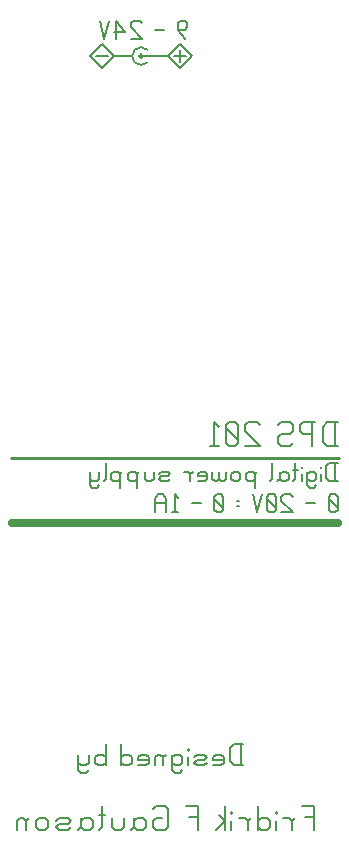
<source format=gbo>
G04 start of page 10 for group -4078 idx -4078 *
G04 Title: (unknown), bottomsilk *
G04 Creator: pcb 20110918 *
G04 CreationDate: So 13 Jul 2014 20:19:28 GMT UTC *
G04 For: ffg *
G04 Format: Gerber/RS-274X *
G04 PCB-Dimensions: 196850 334646 *
G04 PCB-Coordinate-Origin: lower left *
%MOIN*%
%FSLAX25Y25*%
%LNBOTTOMSILK*%
%ADD335C,0.0087*%
%ADD334C,0.0070*%
%ADD333C,0.0075*%
%ADD332C,0.0080*%
%ADD331C,0.0100*%
%ADD330C,0.0250*%
%ADD329C,0.0060*%
G54D329*X98533Y311525D02*X102533D01*
X100533Y313525D02*Y309525D01*
X104533Y311525D02*X100533Y315525D01*
Y307525D02*X104533Y311525D01*
X96533D02*X100533Y307525D01*
Y315525D02*X96533Y311525D01*
G54D330*X44570Y156008D02*X153070D01*
G54D331*X44070Y177452D02*X153570D01*
G54D329*X72533Y311525D02*X76533D01*
X78633D02*X84533D01*
X87533D02*X96533D01*
X78533D02*X74533Y315525D01*
X70533Y311525D01*
X74533Y307525D02*X78533Y311525D01*
X70533D02*X74533Y307525D01*
X85440Y309397D02*G75*G03X89682Y309397I2121J2121D01*G01*
X85440Y313639D02*G75*G03X85440Y309397I2121J-2121D01*G01*
G54D331*X87533Y312025D02*G75*G03X87033Y311525I0J-500D01*G01*
X88033D02*G75*G03X87533Y312025I-500J0D01*G01*
Y311025D02*G75*G02X87033Y311525I0J500D01*G01*
X88033D02*G75*G02X87533Y311025I-500J0D01*G01*
G54D329*X85440Y313639D02*G75*G02X89682Y313639I2121J-2121D01*G01*
G54D332*X152070Y181422D02*Y189422D01*
X149470D02*X148070Y188022D01*
Y182822D02*Y188022D01*
X149470Y181422D02*X148070Y182822D01*
X149470Y181422D02*X153070D01*
X149470Y189422D02*X153070D01*
X144670Y181422D02*Y189422D01*
X141670D02*X145670D01*
X141670D02*X140670Y188422D01*
Y186422D02*Y188422D01*
X141670Y185422D02*X140670Y186422D01*
X141670Y185422D02*X144670D01*
X134270Y189422D02*X133270Y188422D01*
X134270Y189422D02*X137270D01*
X138270Y188422D02*X137270Y189422D01*
X138270Y186422D02*Y188422D01*
Y186422D02*X137270Y185422D01*
X134270D02*X137270D01*
X134270D02*X133270Y184422D01*
Y182422D02*Y184422D01*
X134270Y181422D02*X133270Y182422D01*
X134270Y181422D02*X137270D01*
X138270Y182422D02*X137270Y181422D01*
X127270Y188422D02*X126270Y189422D01*
X123270D02*X126270D01*
X123270D02*X122270Y188422D01*
Y186422D02*Y188422D01*
X127270Y181422D02*X122270Y186422D01*
Y181422D02*X127270D01*
X119870Y182422D02*X118870Y181422D01*
X119870Y182422D02*Y188422D01*
X118870Y189422D01*
X116870D02*X118870D01*
X116870D02*X115870Y188422D01*
Y182422D02*Y188422D01*
X116870Y181422D02*X115870Y182422D01*
X116870Y181422D02*X118870D01*
X119870Y183422D02*X115870Y187422D01*
X113470Y187822D02*X111870Y189422D01*
Y181422D02*Y189422D01*
X110470Y181422D02*X113470D01*
G54D329*X152320Y169952D02*Y175952D01*
X150370D02*X149320Y174902D01*
Y171002D02*Y174902D01*
X150370Y169952D02*X149320Y171002D01*
X150370Y169952D02*X153070D01*
X150370Y175952D02*X153070D01*
G54D333*X147520Y174302D02*Y174452D01*
G54D329*Y169952D02*Y172202D01*
X143770Y172952D02*X143020Y172202D01*
X143770Y172952D02*X145270D01*
X146020Y172202D02*X145270Y172952D01*
X146020Y170702D02*Y172202D01*
Y170702D02*X145270Y169952D01*
X143770D02*X145270D01*
X143770D02*X143020Y170702D01*
X146020Y168452D02*X145270Y167702D01*
X143770D02*X145270D01*
X143770D02*X143020Y168452D01*
Y172952D01*
G54D333*X141220Y174302D02*Y174452D01*
G54D329*Y169952D02*Y172202D01*
X138970Y170702D02*Y175952D01*
Y170702D02*X138220Y169952D01*
Y173702D02*X139720D01*
X134470Y172952D02*X133720Y172202D01*
X134470Y172952D02*X135970D01*
X136720Y172202D02*X135970Y172952D01*
X136720Y170702D02*Y172202D01*
Y170702D02*X135970Y169952D01*
X133720Y170702D02*Y172952D01*
Y170702D02*X132970Y169952D01*
X134470D02*X135970D01*
X134470D02*X133720Y170702D01*
X131170D02*Y175952D01*
Y170702D02*X130420Y169952D01*
X125470Y167702D02*Y172202D01*
X126220Y172952D02*X125470Y172202D01*
X124720Y172952D01*
X123220D02*X124720D01*
X123220D02*X122470Y172202D01*
Y170702D02*Y172202D01*
X123220Y169952D02*X122470Y170702D01*
X123220Y169952D02*X124720D01*
X125470Y170702D02*X124720Y169952D01*
X120670Y170702D02*Y172202D01*
X119920Y172952D01*
X118420D02*X119920D01*
X118420D02*X117670Y172202D01*
Y170702D02*Y172202D01*
X118420Y169952D02*X117670Y170702D01*
X118420Y169952D02*X119920D01*
X120670Y170702D02*X119920Y169952D01*
X115870Y170702D02*Y172952D01*
Y170702D02*X115120Y169952D01*
X114370D02*X115120D01*
X114370D02*X113620Y170702D01*
Y172952D01*
Y170702D02*X112870Y169952D01*
X112120D02*X112870D01*
X112120D02*X111370Y170702D01*
Y172952D01*
X106570Y169952D02*X108820D01*
X109570Y170702D02*X108820Y169952D01*
X109570Y170702D02*Y172202D01*
X108820Y172952D01*
X107320D02*X108820D01*
X107320D02*X106570Y172202D01*
Y171452D02*X109570D01*
X106570D02*Y172202D01*
X104020Y169952D02*Y172202D01*
X103270Y172952D01*
X101770D02*X103270D01*
X104770D02*X104020Y172202D01*
X94270Y169952D02*X96520D01*
X94270D02*X93520Y170702D01*
X94270Y171452D02*X93520Y170702D01*
X94270Y171452D02*X96520D01*
X97270Y172202D02*X96520Y171452D01*
X97270Y172202D02*X96520Y172952D01*
X94270D02*X96520D01*
X94270D02*X93520Y172202D01*
X97270Y170702D02*X96520Y169952D01*
X91720Y170702D02*Y172952D01*
Y170702D02*X90970Y169952D01*
X89470D02*X90970D01*
X89470D02*X88720Y170702D01*
Y172952D01*
X86170Y167702D02*Y172202D01*
X86920Y172952D02*X86170Y172202D01*
X85420Y172952D01*
X83920D02*X85420D01*
X83920D02*X83170Y172202D01*
Y170702D02*Y172202D01*
X83920Y169952D02*X83170Y170702D01*
X83920Y169952D02*X85420D01*
X86170Y170702D02*X85420Y169952D01*
X80620Y167702D02*Y172202D01*
X81370Y172952D02*X80620Y172202D01*
X79870Y172952D01*
X78370D02*X79870D01*
X78370D02*X77620Y172202D01*
Y170702D02*Y172202D01*
X78370Y169952D02*X77620Y170702D01*
X78370Y169952D02*X79870D01*
X80620Y170702D02*X79870Y169952D01*
X75820Y170702D02*Y175952D01*
Y170702D02*X75070Y169952D01*
X73570Y170702D02*Y172952D01*
Y170702D02*X72820Y169952D01*
X70570Y168452D02*Y172952D01*
X71320Y167702D02*X70570Y168452D01*
X71320Y167702D02*X72820D01*
X73570Y168452D02*X72820Y167702D01*
X71320Y169952D02*X72820D01*
X71320D02*X70570Y170702D01*
X153070Y160202D02*X152320Y159452D01*
X153070Y160202D02*Y164702D01*
X152320Y165452D01*
X150820D02*X152320D01*
X150820D02*X150070Y164702D01*
Y160202D02*Y164702D01*
X150820Y159452D02*X150070Y160202D01*
X150820Y159452D02*X152320D01*
X153070Y160952D02*X150070Y163952D01*
X142570Y162452D02*X145570D01*
X138070Y164702D02*X137320Y165452D01*
X135070D02*X137320D01*
X135070D02*X134320Y164702D01*
Y163202D02*Y164702D01*
X138070Y159452D02*X134320Y163202D01*
Y159452D02*X138070D01*
X132520Y160202D02*X131770Y159452D01*
X132520Y160202D02*Y164702D01*
X131770Y165452D01*
X130270D02*X131770D01*
X130270D02*X129520Y164702D01*
Y160202D02*Y164702D01*
X130270Y159452D02*X129520Y160202D01*
X130270Y159452D02*X131770D01*
X132520Y160952D02*X129520Y163952D01*
X127720Y165452D02*X126220Y159452D01*
X124720Y165452D01*
X119470Y163202D02*X120220D01*
X119470Y161702D02*X120220D01*
X114970Y160202D02*X114220Y159452D01*
X114970Y160202D02*Y164702D01*
X114220Y165452D01*
X112720D02*X114220D01*
X112720D02*X111970Y164702D01*
Y160202D02*Y164702D01*
X112720Y159452D02*X111970Y160202D01*
X112720Y159452D02*X114220D01*
X114970Y160952D02*X111970Y163952D01*
X104470Y162452D02*X107470D01*
X99970Y164252D02*X98770Y165452D01*
Y159452D02*Y165452D01*
X97720Y159452D02*X99970D01*
X95920D02*Y163952D01*
X94870Y165452D01*
X93220D02*X94870D01*
X93220D02*X92170Y163952D01*
Y159452D02*Y163952D01*
Y162452D02*X95920D01*
X102070Y317332D02*X99820Y320332D01*
Y322582D01*
X100570Y323332D02*X99820Y322582D01*
X100570Y323332D02*X102070D01*
X102820Y322582D02*X102070Y323332D01*
X102820Y321082D02*Y322582D01*
Y321082D02*X102070Y320332D01*
X99820D02*X102070D01*
X92320D02*X95320D01*
X87820Y322582D02*X87070Y323332D01*
X84820D02*X87070D01*
X84820D02*X84070Y322582D01*
Y321082D02*Y322582D01*
X87820Y317332D02*X84070Y321082D01*
Y317332D02*X87820D01*
X82270Y319582D02*X79270Y323332D01*
X78520Y319582D02*X82270D01*
X79270Y317332D02*Y323332D01*
X76720D02*X75220Y317332D01*
X73720Y323332D01*
G54D334*X120766Y75155D02*Y82155D01*
X118491D02*X117266Y80930D01*
Y76380D02*Y80930D01*
X118491Y75155D02*X117266Y76380D01*
X118491Y75155D02*X121641D01*
X118491Y82155D02*X121641D01*
X111666Y75155D02*X114291D01*
X115166Y76030D02*X114291Y75155D01*
X115166Y76030D02*Y77780D01*
X114291Y78655D01*
X112541D02*X114291D01*
X112541D02*X111666Y77780D01*
Y76905D02*X115166D01*
X111666D02*Y77780D01*
X106066Y75155D02*X108691D01*
X106066D02*X105191Y76030D01*
X106066Y76905D02*X105191Y76030D01*
X106066Y76905D02*X108691D01*
X109566Y77780D02*X108691Y76905D01*
X109566Y77780D02*X108691Y78655D01*
X106066D02*X108691D01*
X106066D02*X105191Y77780D01*
X109566Y76030D02*X108691Y75155D01*
G54D335*X103091Y80230D02*Y80405D01*
G54D334*Y75155D02*Y77780D01*
X98716Y78655D02*X97841Y77780D01*
X98716Y78655D02*X100466D01*
X101341Y77780D02*X100466Y78655D01*
X101341Y76030D02*Y77780D01*
Y76030D02*X100466Y75155D01*
X98716D02*X100466D01*
X98716D02*X97841Y76030D01*
X101341Y73405D02*X100466Y72530D01*
X98716D02*X100466D01*
X98716D02*X97841Y73405D01*
Y78655D01*
X94866Y75155D02*Y77780D01*
X93991Y78655D01*
X93116D02*X93991D01*
X93116D02*X92241Y77780D01*
Y75155D02*Y77780D01*
X95741Y78655D02*X94866Y77780D01*
X86641Y75155D02*X89266D01*
X90141Y76030D02*X89266Y75155D01*
X90141Y76030D02*Y77780D01*
X89266Y78655D01*
X87516D02*X89266D01*
X87516D02*X86641Y77780D01*
Y76905D02*X90141D01*
X86641D02*Y77780D01*
X81041Y75155D02*Y82155D01*
X81916Y75155D02*X81041Y76030D01*
X81916Y75155D02*X83666D01*
X84541Y76030D02*X83666Y75155D01*
X84541Y76030D02*Y77780D01*
X83666Y78655D01*
X81916D02*X83666D01*
X81916D02*X81041Y77780D01*
X75791Y75155D02*Y82155D01*
Y76030D02*X74916Y75155D01*
X73166D02*X74916D01*
X73166D02*X72291Y76030D01*
Y77780D01*
X73166Y78655D02*X72291Y77780D01*
X73166Y78655D02*X74916D01*
X75791Y77780D02*X74916Y78655D01*
X70191Y76030D02*Y78655D01*
Y76030D02*X69316Y75155D01*
X66691Y73405D02*Y78655D01*
X67566Y72530D02*X66691Y73405D01*
X67566Y72530D02*X69316D01*
X70191Y73405D02*X69316Y72530D01*
X67566Y75155D02*X69316D01*
X67566D02*X66691Y76030D01*
G54D332*X145296Y53377D02*Y61377D01*
X141296D02*X145296D01*
X142296Y57777D02*X145296D01*
X137896Y53377D02*Y56377D01*
X136896Y57377D01*
X134896D02*X136896D01*
X138896D02*X137896Y56377D01*
G54D331*X132496Y59177D02*Y59377D01*
G54D332*Y53377D02*Y56377D01*
X126496Y53377D02*Y61377D01*
X127496Y53377D02*X126496Y54377D01*
X127496Y53377D02*X129496D01*
X130496Y54377D02*X129496Y53377D01*
X130496Y54377D02*Y56377D01*
X129496Y57377D01*
X127496D02*X129496D01*
X127496D02*X126496Y56377D01*
X123096Y53377D02*Y56377D01*
X122096Y57377D01*
X120096D02*X122096D01*
X124096D02*X123096Y56377D01*
G54D331*X117696Y59177D02*Y59377D01*
G54D332*Y53377D02*Y56377D01*
X115696Y53377D02*Y61377D01*
Y56377D02*X112696Y53377D01*
X115696Y56377D02*X113696Y58377D01*
X106696Y53377D02*Y61377D01*
X102696D02*X106696D01*
X103696Y57777D02*X106696D01*
X92696Y61377D02*X91696Y60377D01*
X92696Y61377D02*X95696D01*
X96696Y60377D02*X95696Y61377D01*
X96696Y54377D02*Y60377D01*
Y54377D02*X95696Y53377D01*
X92696D02*X95696D01*
X92696D02*X91696Y54377D01*
Y56377D01*
X92696Y57377D02*X91696Y56377D01*
X92696Y57377D02*X94696D01*
X86296D02*X85296Y56377D01*
X86296Y57377D02*X88296D01*
X89296Y56377D02*X88296Y57377D01*
X89296Y54377D02*Y56377D01*
Y54377D02*X88296Y53377D01*
X85296Y54377D02*Y57377D01*
Y54377D02*X84296Y53377D01*
X86296D02*X88296D01*
X86296D02*X85296Y54377D01*
X81896D02*Y57377D01*
Y54377D02*X80896Y53377D01*
X78896D02*X80896D01*
X78896D02*X77896Y54377D01*
Y57377D01*
X74496Y54377D02*Y61377D01*
Y54377D02*X73496Y53377D01*
Y58377D02*X75496D01*
X68496Y57377D02*X67496Y56377D01*
X68496Y57377D02*X70496D01*
X71496Y56377D02*X70496Y57377D01*
X71496Y54377D02*Y56377D01*
Y54377D02*X70496Y53377D01*
X67496Y54377D02*Y57377D01*
Y54377D02*X66496Y53377D01*
X68496D02*X70496D01*
X68496D02*X67496Y54377D01*
X60096Y53377D02*X63096D01*
X60096D02*X59096Y54377D01*
X60096Y55377D02*X59096Y54377D01*
X60096Y55377D02*X63096D01*
X64096Y56377D02*X63096Y55377D01*
X64096Y56377D02*X63096Y57377D01*
X60096D02*X63096D01*
X60096D02*X59096Y56377D01*
X64096Y54377D02*X63096Y53377D01*
X56696Y54377D02*Y56377D01*
X55696Y57377D01*
X53696D02*X55696D01*
X53696D02*X52696Y56377D01*
Y54377D02*Y56377D01*
X53696Y53377D02*X52696Y54377D01*
X53696Y53377D02*X55696D01*
X56696Y54377D02*X55696Y53377D01*
X49296D02*Y56377D01*
X48296Y57377D01*
X47296D02*X48296D01*
X47296D02*X46296Y56377D01*
Y53377D02*Y56377D01*
X50296Y57377D02*X49296Y56377D01*
M02*

</source>
